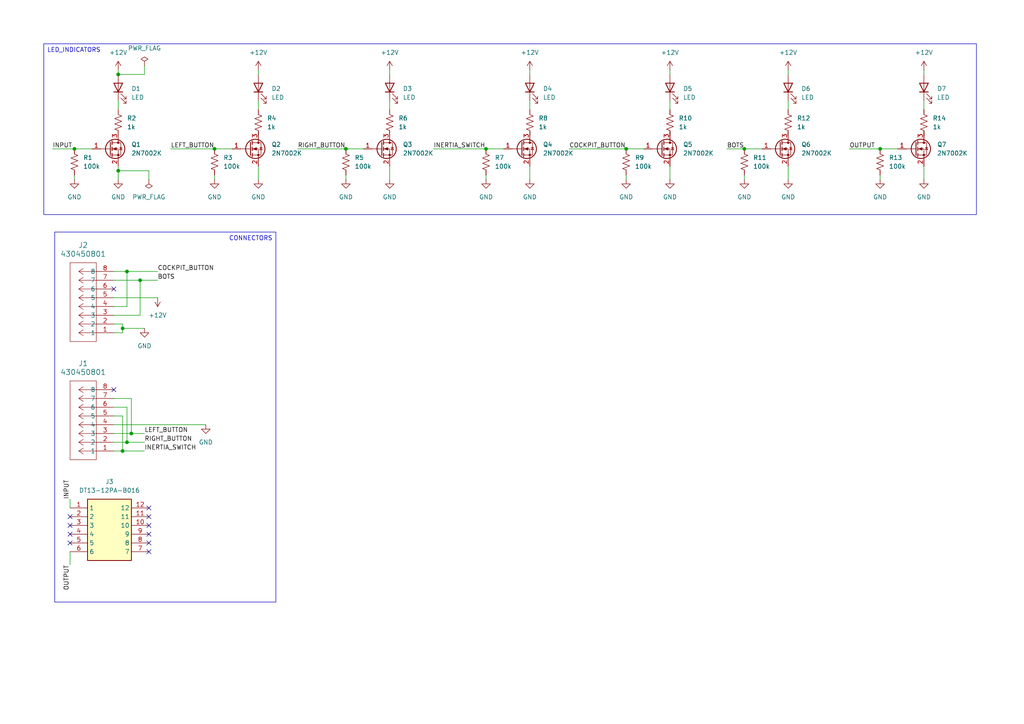
<source format=kicad_sch>
(kicad_sch (version 20250114) (generator "eeschema") (generator_version "9.0")
  (paper "A4")
  (lib_symbols
    (symbol "Device:LED" (pin_numbers (hide yes)) (pin_names (offset 1.016) (hide yes))
      (property "Reference" "D" (at 0 2.54 0))
      (property "Value" "LED" (at 0 -2.54 0))
      (symbol "LED_1_1"
        (pin passive line (at -3.81 0 0) (length 2.54) (name "K") (number "1"))
        (pin passive line (at 3.81 0 180) (length 2.54) (name "A") (number "2"))
      )
    )
    (symbol "Device:R_US" (pin_numbers (hide yes)) (pin_names (offset 0))
      (property "Reference" "R" (at 2.54 0 90))
      (property "Value" "R_US" (at -2.54 0 90))
      (symbol "R_US_1_1"
        (pin passive line (at 0 3.81 270) (length 1.27) (name "~") (number "1"))
        (pin passive line (at 0 -3.81 90) (length 1.27) (name "~") (number "2"))
      )
    )
    (symbol "SC:430450801" (pin_names (offset 0.254))
      (property "Reference" "J" (at 8.89 4.572 0))
      (property "Value" "430450801" (at -9.398 2.032 0))
      (symbol "430450801_1_1"
        (pin passive line (at 0 0 0) (length 5.08) (name "1") (number "1"))
        (pin passive line (at 0 -2.54 0) (length 5.08) (name "2") (number "2"))
        (pin passive line (at 0 -5.08 0) (length 5.08) (name "3") (number "3"))
        (pin passive line (at 0 -7.62 0) (length 5.08) (name "4") (number "4"))
        (pin passive line (at 0 -10.16 0) (length 5.08) (name "5") (number "5"))
        (pin passive line (at 0 -12.7 0) (length 5.08) (name "6") (number "6"))
        (pin passive line (at 0 -15.24 0) (length 5.08) (name "7") (number "7"))
        (pin passive line (at 0 -17.78 0) (length 5.08) (name "8") (number "8"))
      )
      (symbol "430450801_1_2"
        (pin unspecified line (at 0 0 0) (length 5.08) (name "1") (number "1"))
        (pin unspecified line (at 0 -2.54 0) (length 5.08) (name "2") (number "2"))
        (pin unspecified line (at 0 -5.08 0) (length 5.08) (name "3") (number "3"))
        (pin unspecified line (at 0 -7.62 0) (length 5.08) (name "4") (number "4"))
        (pin unspecified line (at 0 -10.16 0) (length 5.08) (name "5") (number "5"))
        (pin unspecified line (at 0 -12.7 0) (length 5.08) (name "6") (number "6"))
        (pin unspecified line (at 0 -15.24 0) (length 5.08) (name "7") (number "7"))
        (pin unspecified line (at 0 -17.78 0) (length 5.08) (name "8") (number "8"))
      )
    )
    (symbol "TEConn:DT13-12PA-B016"
      (property "Reference" "J" (at 19.05 7.62 0))
      (property "Value" "DT13-12PA-B016" (at 19.05 5.08 0))
      (symbol "DT13-12PA-B016_1_1"
        (pin passive line (at 0 0 0) (length 5.08) (name "1") (number "1"))
        (pin passive line (at 0 -2.54 0) (length 5.08) (name "2") (number "2"))
        (pin passive line (at 0 -5.08 0) (length 5.08) (name "3") (number "3"))
        (pin passive line (at 0 -7.62 0) (length 5.08) (name "4") (number "4"))
        (pin passive line (at 0 -10.16 0) (length 5.08) (name "5") (number "5"))
        (pin passive line (at 0 -12.7 0) (length 5.08) (name "6") (number "6"))
        (pin passive line (at 22.86 0 180) (length 5.08) (name "12") (number "12"))
        (pin passive line (at 22.86 -2.54 180) (length 5.08) (name "11") (number "11"))
        (pin passive line (at 22.86 -5.08 180) (length 5.08) (name "10") (number "10"))
        (pin passive line (at 22.86 -7.62 180) (length 5.08) (name "9") (number "9"))
        (pin passive line (at 22.86 -10.16 180) (length 5.08) (name "8") (number "8"))
        (pin passive line (at 22.86 -12.7 180) (length 5.08) (name "7") (number "7"))
      )
    )
    (symbol "Transistor_FET:2N7002K" (pin_names (offset 0) (hide yes))
      (property "Reference" "Q" (at 5.08 1.905 0))
      (property "Value" "2N7002K" (at 5.08 0 0))
      (symbol "2N7002K_1_1"
        (pin input line (at -5.08 0 0) (length 2.54) (name "G") (number "1"))
        (pin passive line (at 2.54 5.08 270) (length 2.54) (name "D") (number "3"))
        (pin passive line (at 2.54 -5.08 90) (length 2.54) (name "S") (number "2"))
      )
    )
    (symbol "power:+12V" (power) (pin_numbers (hide yes)) (pin_names (offset 0) (hide yes))
      (property "Value" "+12V" (at 0 3.556 0))
      (symbol "+12V_1_1"
        (pin power_in line (at 0 0 90) (length 0) (name "~") (number "1"))
      )
    )
    (symbol "power:GND" (power) (pin_numbers (hide yes)) (pin_names (offset 0) (hide yes))
      (property "Value" "GND" (at 0 -3.81 0))
      (symbol "GND_1_1"
        (pin power_in line (at 0 0 270) (length 0) (name "~") (number "1"))
      )
    )
    (symbol "power:PWR_FLAG" (power) (pin_numbers (hide yes)) (pin_names (offset 0) (hide yes))
      (property "Value" "PWR_FLAG" (at 0 3.81 0))
      (symbol "PWR_FLAG_0_0"
        (pin power_out line (at 0 0 90) (length 0) (name "~") (number "1"))
      )
    )
  )
  (text_box "LEDs\n\nFrom Jadon:\n  Part Selections:\n    LED Selection:\n      Part Number: APG01SCGKKC-TT\n      Forward Voltage: 2.1V at 10 mA\n      Maximum Power Dissipation: 24 mW\n      Peak Forward Current: 40 mA\n      Resources:\n        Digikey: https://www.digikey.com/en/products/detail/kingbright/apg015cgkkc-tt/25981969\n        Datasheet: https://www.kingbrightusa.com/images/catalog/SPEC/APG015CGKKC-TT.pdf\n	Notes:\n		- 	Not available on JCL. A similar part was selected to match the luminous intensity (15 mcd),\n			manufacturer (Kingbright), forward voltage (10 mA), Lens Color (Water Clear), Viewing Angle (140 deg).\n			\n\nSelected Part:\n	Manufacturer: KingBright\n	Manufacturer Part Number: APG0603CGC-TT\n	Datasheet: https://www.kingbrightusa.com/images/catalog/SPEC/APG0603CGC-TT.pdf\n	JCL: https://jlcpcb.com/partdetail/Kingbright-APG0603CGCTT/C4153580\n	JCL Part Number: C4153580\n	Notes:\n		- Similarities to part selected by Jason are given by \n		- Some relevant differences are:\n			- Forward Voltage of 1.97 V @ 10mA instead of 2.1 V @ 10mA (although there is a 0.1 V error in this part)\n" (at 324.485 -22.225 0) (size 143.51 68.58) (margins 0.9525 0.9525 0.9525 0.9525) (effects (font (size 1.27 1.27)) (justify left top)))
  (text_box "CONNECTORS" (at 15.875 67.31 0) (size 64.135 107.315) (margins 0.9525 0.9525 0.9525 0.9525) (effects (font (size 1.27 1.27)) (justify right top)))
  (text_box "Connector (Male)\n\nFrom Jadon:\n	Housing: 43046-0801\n	Full Part Name: Micro-Fit 3.0 Right-Angle Header, 3.00mm Pitch, Dual Row, 8 Circuits, with Snap-in Plastic Peg PCB Lock, Gold, Glow-Wire Capable, Black\n	Molex Product Site: https://www.molex.com/en-us/products/part-detail/430450801\n	Datasheet: https://www.molex.com/en-us/products/part-detail/430450801?display=pdf\n	Drawing: https://www.molex.com/content/dam/molex/molex-dot-com/products/automated/en-us/salesdrawingpdf/430/43045/430450801_sd.pdf?inline\n	Package Design Drawing: https://www.molex.com/content/dam/molex/molex-dot-com/products/automated/en-us/packagingdesigndrawing/708/70873/PK-70873-0313-001.pdf?inline\n\nMiscellaneous Notes:\n	5 2pin Male + Female Connectors for all Conn_01x02_Socket connections (J1-J5)\n	4 1-pin conncetors: +12V, GND, Input, and Output" (at 318.77 111.76 0) (size 187.325 52.07) (margins 0.9525 0.9525 0.9525 0.9525) (effects (font (size 1.27 1.27)) (justify left bottom)))
  (text_box "Connector (Female):\n\nFrom Jadon:\n	Receptacle: 0430250800\n		Full Part Name: Micro-Fit 3.0 Receptacle Housing, Dual Row, 8 Circuits, UL 94V-0, Low-Halogen, Black\n		Molex: https://www.molex.com/en-us/products/part-detail/430250800\n		Digikey: https://www.digikey.com/en/products/detail/molex/0430250800/252499\n		JCL: https://jlcpcb.com/partdetail/MOLEX-430250800/C127351\n		Datasheet: https://www.molex.com/content/dam/molex/molex-dot-com/products/automated/en-us/salesdrawingpdf/430/43025/430250800_sd.pdf?inline" (at 319.405 177.8 0) (size 162.56 67.31) (margins 0.9525 0.9525 0.9525 0.9525) (effects (font (size 1.27 1.27)) (justify left top)))
  (text_box "LED_INDICATORS" (at 12.7 12.7 0) (size 270.51 49.53) (margins 0.9525 0.9525 0.9525 0.9525) (effects (font (size 1.27 1.27)) (justify left top)))
  (text_box "Resistors\n\nFrom Jadon:\n	Part Number: 71-CRCW08051K00FKTAH\n	Resistance: 1k Ohms\n	Power Dissipation in Circuit: With <=12 V Voltage Across at MOSFET drains, dissipates <= (12 V)^2/(1k Ohms) = 144 mW\n	Current: I_R <= (12 V)/(1 kOhms) = 12 mA\n	Notes:\n		- Not on JLC, but similar resistors are:\n\nResistor Used:\n	Part Number: CRCW08051K00FKEA" (at 324.485 53.975 0) (size 99.06 53.975) (margins 0.9525 0.9525 0.9525 0.9525) (effects (font (size 1.27 1.27)) (justify left top)))
  (text_box "MOSFETs\n\nFrom Jadon:\n	NMOS Selection:\n			Part Number: 78-SQJ764ELP-TI_GE3\n			Resources:\n			Digikey: https://www.digikey.com/en/products/detail/vishay-siliconix/SQJ764ELP-T1-GE3/27788196\n			Datasheet(?): https://www.vishay.com/docs/62453/sqj764elp.pdf\n		Notes:\n			- Not on JLC, so a new MOSFET needs to be picked\n        	- This is a Dual N-Channel MOSFET, even though the schematic and the odd\n        	number of MOSFETs suggests that we want to use single N-Channel MOSFETs.\n        	Therefore, I plan to choose a different surface mount NMOS - Jacoby\n				- I talked to Jadon, and he said it was intentional - Jacoby\n\nFrom what I'm seeing on JCL, Dual N-MOSFET chips cost more than twice the amount of\nSignle N-MOSFET chips, so I don't think that there's really a benefit to choosing\na Dual N-MOSFET unless the two MOSFETs need to be close for design reasons (like a differential\npair) or there is actually a scarity for space.\n\nProposed replacement part:\n	Part Number: 2N7002K-T1-GE3\n	JCL: https://jlcpcb.com/partdetail/VishayIntertech-2N7002K_T1GE3/C81445\n	Digikey: https://www.digikey.com/en/products/detail/vishay-siliconix/2N7002K-T1-GE3/2621521\n	Datasheet: https://www.vishay.com/docs/71333/2n7002k.pdf\n	Notes:\n		- Similarities to proposed part by Jadon\n			- Same threshold voltage (important)\n			- Same max Drain Source Voltage\n		- Differences to proposed part by Jadon\n			- Single MOSFET package instead of Dual MOSFET package\n			\n	\n	\n	\n\n			" (at 483.235 -29.21 0) (size 144.78 72.39) (margins 0.9525 0.9525 0.9525 0.9525) (effects (font (size 1.27 1.27)) (justify left top)))
  (junction (at 34.29 21.59))
  (junction (at 36.83 128.27))
  (junction (at 35.56 95.25))
  (junction (at 62.23 43.18))
  (junction (at 100.33 43.18))
  (junction (at 34.29 49.53))
  (junction (at 255.27 43.18))
  (junction (at 21.59 43.18))
  (junction (at 140.97 43.18))
  (junction (at 215.9 43.18))
  (junction (at 35.56 130.81))
  (junction (at 40.64 81.28))
  (junction (at 38.1 125.73))
  (junction (at 181.61 43.18))
  (junction (at 36.83 78.74))
  (no_connect (at 43.18 157.48))
  (no_connect (at 43.18 149.86))
  (no_connect (at 20.32 154.94))
  (no_connect (at 43.18 147.32))
  (no_connect (at 33.02 113.03))
  (no_connect (at 43.18 160.02))
  (no_connect (at 20.32 149.86))
  (no_connect (at 43.18 152.4))
  (no_connect (at 43.18 154.94))
  (no_connect (at 20.32 152.4))
  (no_connect (at 33.02 83.82))
  (no_connect (at 20.32 157.48))
  (wire (pts (xy 26.67 43.18) (xy 21.59 43.18)))
  (wire (pts (xy 105.41 43.18) (xy 100.33 43.18)))
  (wire (pts (xy 228.6 31.75) (xy 228.6 29.21)))
  (wire (pts (xy 38.1 125.73) (xy 38.1 115.57)))
  (wire (pts (xy 33.02 88.9) (xy 36.83 88.9)))
  (wire (pts (xy 40.64 81.28) (xy 40.64 91.44)))
  (wire (pts (xy 34.29 49.53) (xy 43.18 49.53)))
  (wire (pts (xy 33.02 123.19) (xy 59.69 123.19)))
  (wire (pts (xy 267.97 38.1) (xy 267.97 39.37)))
  (wire (pts (xy 267.97 20.32) (xy 267.97 21.59)))
  (wire (pts (xy 181.61 52.07) (xy 181.61 50.8)))
  (wire (pts (xy 215.9 52.07) (xy 215.9 50.8)))
  (wire (pts (xy 260.35 43.18) (xy 255.27 43.18)))
  (wire (pts (xy 67.31 43.18) (xy 62.23 43.18)))
  (wire (pts (xy 34.29 31.75) (xy 34.29 29.21)))
  (wire (pts (xy 153.67 52.07) (xy 153.67 48.26)))
  (wire (pts (xy 267.97 31.75) (xy 267.97 29.21)))
  (wire (pts (xy 35.56 130.81) (xy 35.56 120.65)))
  (wire (pts (xy 228.6 38.1) (xy 228.6 39.37)))
  (wire (pts (xy 113.03 52.07) (xy 113.03 48.26)))
  (wire (pts (xy 255.27 52.07) (xy 255.27 50.8)))
  (wire (pts (xy 140.97 43.18) (xy 125.73 43.18)))
  (wire (pts (xy 228.6 52.07) (xy 228.6 48.26)))
  (wire (pts (xy 35.56 95.25) (xy 41.91 95.25)))
  (wire (pts (xy 186.69 43.18) (xy 181.61 43.18)))
  (wire (pts (xy 165.1 43.18) (xy 181.61 43.18)))
  (wire (pts (xy 33.02 118.11) (xy 36.83 118.11)))
  (wire (pts (xy 36.83 128.27) (xy 36.83 118.11)))
  (wire (pts (xy 33.02 86.36) (xy 45.72 86.36)))
  (wire (pts (xy 33.02 120.65) (xy 35.56 120.65)))
  (wire (pts (xy 33.02 93.98) (xy 35.56 93.98)))
  (wire (pts (xy 33.02 128.27) (xy 36.83 128.27)))
  (wire (pts (xy 100.33 52.07) (xy 100.33 50.8)))
  (wire (pts (xy 40.64 81.28) (xy 45.72 81.28)))
  (wire (pts (xy 194.31 20.32) (xy 194.31 21.59)))
  (wire (pts (xy 20.32 160.02) (xy 20.32 163.83)))
  (wire (pts (xy 41.91 21.59) (xy 34.29 21.59)))
  (wire (pts (xy 74.93 38.1) (xy 74.93 39.37)))
  (wire (pts (xy 35.56 95.25) (xy 35.56 96.52)))
  (wire (pts (xy 20.32 144.78) (xy 20.32 147.32)))
  (wire (pts (xy 38.1 125.73) (xy 41.91 125.73)))
  (wire (pts (xy 194.31 31.75) (xy 194.31 29.21)))
  (wire (pts (xy 21.59 43.18) (xy 15.24 43.18)))
  (wire (pts (xy 21.59 52.07) (xy 21.59 50.8)))
  (wire (pts (xy 62.23 43.18) (xy 49.53 43.18)))
  (wire (pts (xy 153.67 31.75) (xy 153.67 29.21)))
  (wire (pts (xy 33.02 81.28) (xy 40.64 81.28)))
  (wire (pts (xy 220.98 43.18) (xy 215.9 43.18)))
  (wire (pts (xy 33.02 96.52) (xy 35.56 96.52)))
  (wire (pts (xy 34.29 38.1) (xy 34.29 39.37)))
  (wire (pts (xy 74.93 31.75) (xy 74.93 29.21)))
  (wire (pts (xy 33.02 78.74) (xy 36.83 78.74)))
  (wire (pts (xy 194.31 52.07) (xy 194.31 48.26)))
  (wire (pts (xy 140.97 52.07) (xy 140.97 50.8)))
  (wire (pts (xy 74.93 20.32) (xy 74.93 21.59)))
  (wire (pts (xy 153.67 38.1) (xy 153.67 39.37)))
  (wire (pts (xy 41.91 19.05) (xy 41.91 21.59)))
  (wire (pts (xy 113.03 31.75) (xy 113.03 29.21)))
  (wire (pts (xy 74.93 52.07) (xy 74.93 48.26)))
  (wire (pts (xy 113.03 20.32) (xy 113.03 21.59)))
  (wire (pts (xy 43.18 52.07) (xy 43.18 49.53)))
  (wire (pts (xy 36.83 78.74) (xy 45.72 78.74)))
  (wire (pts (xy 62.23 52.07) (xy 62.23 50.8)))
  (wire (pts (xy 86.36 43.18) (xy 100.33 43.18)))
  (wire (pts (xy 35.56 130.81) (xy 41.91 130.81)))
  (wire (pts (xy 34.29 52.07) (xy 34.29 49.53)))
  (wire (pts (xy 33.02 130.81) (xy 35.56 130.81)))
  (wire (pts (xy 33.02 125.73) (xy 38.1 125.73)))
  (wire (pts (xy 33.02 91.44) (xy 40.64 91.44)))
  (wire (pts (xy 153.67 20.32) (xy 153.67 21.59)))
  (wire (pts (xy 228.6 20.32) (xy 228.6 21.59)))
  (wire (pts (xy 34.29 49.53) (xy 34.29 48.26)))
  (wire (pts (xy 35.56 93.98) (xy 35.56 95.25)))
  (wire (pts (xy 146.05 43.18) (xy 140.97 43.18)))
  (wire (pts (xy 113.03 38.1) (xy 113.03 39.37)))
  (wire (pts (xy 36.83 78.74) (xy 36.83 88.9)))
  (wire (pts (xy 255.27 43.18) (xy 246.38 43.18)))
  (wire (pts (xy 36.83 128.27) (xy 41.91 128.27)))
  (wire (pts (xy 194.31 38.1) (xy 194.31 39.37)))
  (wire (pts (xy 267.97 52.07) (xy 267.97 48.26)))
  (wire (pts (xy 215.9 43.18) (xy 210.82 43.18)))
  (wire (pts (xy 34.29 20.32) (xy 34.29 21.59)))
  (wire (pts (xy 33.02 115.57) (xy 38.1 115.57)))
  (label "LEFT_BUTTON" (at 49.53 43.18 0))
  (label "OUTPUT" (at 246.38 43.18 0))
  (label "COCKPIT_BUTTON" (at 165.1 43.18 0))
  (label "INERTIA_SWITCH" (at 41.91 130.81 0))
  (label "COCKPIT_BUTTON" (at 45.72 78.74 0))
  (label "INPUT" (at 20.32 144.78 90))
  (label "OUTPUT" (at 20.32 163.83 270))
  (label "RIGHT_BUTTON" (at 86.36 43.18 0))
  (label "BOTS" (at 45.72 81.28 0))
  (label "INPUT" (at 15.24 43.18 0))
  (label "INERTIA_SWITCH" (at 125.73 43.18 0))
  (label "BOTS" (at 210.82 43.18 0))
  (label "LEFT_BUTTON" (at 41.91 125.73 0))
  (label "RIGHT_BUTTON" (at 41.91 128.27 0))
  (symbol (lib_id "Device:R_US") (at 255.27 46.99 0) (unit 1)
    (property "Reference" "R13" (at 257.81 45.7199 0) (effects (justify left)))
    (property "Value" "100k" (at 257.81 48.2599 0) (effects (justify left)))
    (property "Footprint" "SC:CRCW0805" (effects (hide yes)))
    (property "Datasheet" "https://jlcpcb.com/api/file/downloadByFileSystemAccessId/8590171393792389120" (effects (hide yes)))
    (property "Description" "Resistor, US symbol" (effects (hide yes)))
    (property "Digikey" "https://www.digikey.com/en/products/detail/vishay-dale/CRCW0805100KJNEA/1175246" (effects (hide yes)))
    (property "MFR Part #" "CRCW0805100KJNEA" (effects (hide yes)))
    (property "Manufacturer" "Vishay" (effects (hide yes)))
    (property "JLC Datasheet" "https://jlcpcb.com/api/file/downloadByFileSystemAccessId/8588950168741404672" (effects (hide yes)))
    (property "JLC Link" "https://jlcpcb.com/partdetail/VishayIntertech-CRCW08051K00FKEA/C844939" (effects (hide yes)))
    (property "JLC Part #" " C844939" (effects (hide yes)))
  )
  (symbol (lib_id "Device:LED") (at 34.29 25.4 90) (unit 1)
    (property "Reference" "D1" (at 38.1 25.7174 90) (effects (justify right)))
    (property "Value" "LED" (at 38.1 28.2574 90) (effects (justify right)))
    (property "Footprint" "SC:HL-PSC-1608U52GC-G4" (effects (hide yes)))
    (property "Datasheet" "https://jlcpcb.com/api/file/downloadByFileSystemAccessId/8590916697501356032" (effects (hide yes)))
    (property "Description" "Light emitting diode" (effects (hide yes)))
    (property "Sim.Pins" "1=K 2=A" (effects (hide yes)))
    (property "MFR Part #" "PSC-1608U50GC-G4 " (effects (hide yes)))
    (property "Manufacturer" "HONGLITRONIC (Hongli Zhihui (HONGLITRONIC))" (effects (hide yes)))
    (property "JLC Datasheet" "https://jlcpcb.com/api/file/downloadByFileSystemAccessId/8590916697501356032" (effects (hide yes)))
    (property "JLC Link" "https://jlcpcb.com/partdetail/23857065-PSC_1608U50GCG4/C22371298" (effects (hide yes)))
    (property "JLC Part #" "C22371297" (effects (hide yes)))
  )
  (symbol (lib_id "power:PWR_FLAG") (at 41.91 19.05 0) (unit 1)
    (property "Reference" "#FLG01" (effects (hide yes)))
    (property "Value" "PWR_FLAG" (at 41.91 13.97 0))
    (property "Description" "Special symbol for telling ERC where power comes from" (effects (hide yes)))
  )
  (symbol (lib_id "power:GND") (at 228.6 52.07 0) (unit 1)
    (property "Reference" "#PWR014" (effects (hide yes)))
    (property "Value" "GND" (at 228.6 57.15 0))
    (property "Description" "Power symbol creates a global label with name \"GND\" , ground" (effects (hide yes)))
  )
  (symbol (lib_id "power:GND") (at 194.31 52.07 0) (unit 1)
    (property "Reference" "#PWR015" (effects (hide yes)))
    (property "Value" "GND" (at 194.31 57.15 0))
    (property "Description" "Power symbol creates a global label with name \"GND\" , ground" (effects (hide yes)))
  )
  (symbol (lib_id "power:+12V") (at 267.97 20.32 0) (unit 1)
    (property "Reference" "#PWR021" (effects (hide yes)))
    (property "Value" "+12V" (at 267.97 15.24 0))
    (property "Description" "Power symbol creates a global label with name \"+12V\"" (effects (hide yes)))
  )
  (symbol (lib_id "power:+12V") (at 34.29 20.32 0) (unit 1)
    (property "Reference" "#PWR01" (effects (hide yes)))
    (property "Value" "+12V" (at 34.29 15.24 0))
    (property "Description" "Power symbol creates a global label with name \"+12V\"" (effects (hide yes)))
  )
  (symbol (lib_id "power:GND") (at 21.59 52.07 0) (unit 1)
    (property "Reference" "#PWR019" (effects (hide yes)))
    (property "Value" "GND" (at 21.59 57.15 0))
    (property "Description" "Power symbol creates a global label with name \"GND\" , ground" (effects (hide yes)))
  )
  (symbol (lib_id "SC:430450801") (at 33.02 96.52 180) (unit 1)
    (property "Reference" "J2" (at 24.13 71.12 0) (effects (font (size 1.524 1.524))))
    (property "Value" "430450801" (at 24.13 73.66 0) (effects (font (size 1.524 1.524))))
    (property "Footprint" "SC:CONN_SD-43045-001_08_MOL" (effects (hide yes)))
    (property "Datasheet" "https://www.molex.com/en-us/products/part-detail-pdf/430450801?display=pdf" (effects (hide yes)))
    (property "Digikey" "https://www.digikey.com/en/products/detail/molex/0430450801/2405169?s=N4IgTCBcDaICwGYAMcCsSAcSCMIC6AvkA" (effects (hide yes)))
    (property "Drawing" "https://www.molex.com/content/dam/molex/molex-dot-com/products/automated/en-us/salesdrawingpdf/430/43045/430450801_sd.pdf?inline" (effects (hide yes)))
    (property "MFR Part #" "430450801" (effects (hide yes)))
    (property "Manufacturer" "Molex" (effects (hide yes)))
    (property "Symbol Source" "https://www.molex.com/en-us/products/part-detail/0430450801" (effects (hide yes)))
    (property "JLC Datasheet" "https://www.molex.com/content/dam/molex/molex-dot-com/products/automated/en-us/salesdrawingpdf/430/43045/430450801_sd.pdf?inline" (effects (hide yes)))
    (property "JLC Link" "https://jlcpcb.com/partdetail/MOLEX-430450801/C5765943" (effects (hide yes)))
    (property "JLC Part #" "C5765943" (effects (hide yes)))
  )
  (symbol (lib_id "Device:LED") (at 194.31 25.4 90) (unit 1)
    (property "Reference" "D5" (at 198.12 25.7174 90) (effects (justify right)))
    (property "Value" "LED" (at 198.12 28.2574 90) (effects (justify right)))
    (property "Footprint" "SC:HL-PSC-1608U52GC-G4" (effects (hide yes)))
    (property "Datasheet" "https://jlcpcb.com/api/file/downloadByFileSystemAccessId/8590916697501356032" (effects (hide yes)))
    (property "Description" "Light emitting diode" (effects (hide yes)))
    (property "Sim.Pins" "1=K 2=A" (effects (hide yes)))
    (property "MFR Part #" "PSC-1608U50GC-G4 " (effects (hide yes)))
    (property "Manufacturer" "HONGLITRONIC (Hongli Zhihui (HONGLITRONIC))" (effects (hide yes)))
    (property "JLC Datasheet" "https://jlcpcb.com/api/file/downloadByFileSystemAccessId/8590916697501356032" (effects (hide yes)))
    (property "JLC Link" "https://jlcpcb.com/partdetail/23857065-PSC_1608U50GCG4/C22371298" (effects (hide yes)))
    (property "JLC Part #" "C22371297" (effects (hide yes)))
  )
  (symbol (lib_id "Device:R_US") (at 140.97 46.99 0) (unit 1)
    (property "Reference" "R7" (at 143.51 45.7199 0) (effects (justify left)))
    (property "Value" "100k" (at 143.51 48.2599 0) (effects (justify left)))
    (property "Footprint" "SC:CRCW0805" (effects (hide yes)))
    (property "Datasheet" "https://jlcpcb.com/api/file/downloadByFileSystemAccessId/8590171393792389120" (effects (hide yes)))
    (property "Description" "Resistor, US symbol" (effects (hide yes)))
    (property "Digikey" "https://www.digikey.com/en/products/detail/vishay-dale/CRCW0805100KJNEA/1175246" (effects (hide yes)))
    (property "MFR Part #" "CRCW0805100KJNEA" (effects (hide yes)))
    (property "Manufacturer" "Vishay" (effects (hide yes)))
    (property "JLC Datasheet" "https://jlcpcb.com/api/file/downloadByFileSystemAccessId/8588950168741404672" (effects (hide yes)))
    (property "JLC Link" "https://jlcpcb.com/partdetail/VishayIntertech-CRCW08051K00FKEA/C844939" (effects (hide yes)))
    (property "JLC Part #" " C844939" (effects (hide yes)))
  )
  (symbol (lib_id "Device:R_US") (at 215.9 46.99 0) (unit 1)
    (property "Reference" "R11" (at 218.44 45.7199 0) (effects (justify left)))
    (property "Value" "100k" (at 218.44 48.2599 0) (effects (justify left)))
    (property "Footprint" "SC:CRCW0805" (effects (hide yes)))
    (property "Datasheet" "https://jlcpcb.com/api/file/downloadByFileSystemAccessId/8590171393792389120" (effects (hide yes)))
    (property "Description" "Resistor, US symbol" (effects (hide yes)))
    (property "Digikey" "https://www.digikey.com/en/products/detail/vishay-dale/CRCW0805100KJNEA/1175246" (effects (hide yes)))
    (property "MFR Part #" "CRCW0805100KJNEA" (effects (hide yes)))
    (property "Manufacturer" "Vishay" (effects (hide yes)))
    (property "JLC Datasheet" "https://jlcpcb.com/api/file/downloadByFileSystemAccessId/8588950168741404672" (effects (hide yes)))
    (property "JLC Link" "https://jlcpcb.com/partdetail/VishayIntertech-CRCW08051K00FKEA/C844939" (effects (hide yes)))
    (property "JLC Part #" " C844939" (effects (hide yes)))
  )
  (symbol (lib_id "Transistor_FET:2N7002K") (at 191.77 43.18 0) (unit 1)
    (property "Reference" "Q5" (at 198.12 41.9099 0) (effects (justify left)))
    (property "Value" "2N7002K" (at 198.12 44.4499 0) (effects (justify left)))
    (property "Footprint" "Package_TO_SOT_SMD:SOT-23" (effects (hide yes)))
    (property "Datasheet" "https://www.diodes.com/assets/Datasheets/ds30896.pdf" (effects (hide yes)))
    (property "Description" "0.38A Id, 60V Vds, N-Channel MOSFET, SOT-23" (effects (hide yes)))
    (property "Manufacturer" "Vishay" (effects (hide yes)))
    (property "Digikey" "https://www.digikey.com/en/products/detail/vishay-siliconix/2N7002K-T1-GE3/2621521" (effects (hide yes)))
    (property "MFR Part #" "2N7002K-T1-GE3" (effects (hide yes)))
    (property "JLC Datasheet" "https://jlcpcb.com/api/file/downloadByFileSystemAccessId/8586176217846321152" (effects (hide yes)))
    (property "JLC Link" "https://jlcpcb.com/partdetail/VishayIntertech-2N7002K_T1GE3/C81445" (effects (hide yes)))
    (property "JLC Part #" "C81445" (effects (hide yes)))
  )
  (symbol (lib_id "Device:LED") (at 74.93 25.4 90) (unit 1)
    (property "Reference" "D2" (at 78.74 25.7174 90) (effects (justify right)))
    (property "Value" "LED" (at 78.74 28.2574 90) (effects (justify right)))
    (property "Footprint" "SC:HL-PSC-1608U52GC-G4" (effects (hide yes)))
    (property "Datasheet" "https://jlcpcb.com/api/file/downloadByFileSystemAccessId/8590916697501356032" (effects (hide yes)))
    (property "Description" "Light emitting diode" (effects (hide yes)))
    (property "Sim.Pins" "1=K 2=A" (effects (hide yes)))
    (property "MFR Part #" "PSC-1608U50GC-G4 " (effects (hide yes)))
    (property "Manufacturer" "HONGLITRONIC (Hongli Zhihui (HONGLITRONIC))" (effects (hide yes)))
    (property "JLC Datasheet" "https://jlcpcb.com/api/file/downloadByFileSystemAccessId/8590916697501356032" (effects (hide yes)))
    (property "JLC Link" "https://jlcpcb.com/partdetail/23857065-PSC_1608U50GCG4/C22371298" (effects (hide yes)))
    (property "JLC Part #" "C22371297" (effects (hide yes)))
  )
  (symbol (lib_id "power:+12V") (at 194.31 20.32 0) (unit 1)
    (property "Reference" "#PWR05" (effects (hide yes)))
    (property "Value" "+12V" (at 194.31 15.24 0))
    (property "Description" "Power symbol creates a global label with name \"+12V\"" (effects (hide yes)))
  )
  (symbol (lib_id "Device:R_US") (at 62.23 46.99 0) (unit 1)
    (property "Reference" "R3" (at 64.77 45.7199 0) (effects (justify left)))
    (property "Value" "100k" (at 64.77 48.2599 0) (effects (justify left)))
    (property "Footprint" "SC:CRCW0805" (effects (hide yes)))
    (property "Datasheet" "https://jlcpcb.com/api/file/downloadByFileSystemAccessId/8590171393792389120" (effects (hide yes)))
    (property "Description" "Resistor, US symbol" (effects (hide yes)))
    (property "Digikey" "https://www.digikey.com/en/products/detail/vishay-dale/CRCW0805100KJNEA/1175246" (effects (hide yes)))
    (property "MFR Part #" "CRCW0805100KJNEA" (effects (hide yes)))
    (property "Manufacturer" "Vishay" (effects (hide yes)))
    (property "JLC Datasheet" "https://jlcpcb.com/api/file/downloadByFileSystemAccessId/8588950168741404672" (effects (hide yes)))
    (property "JLC Link" "https://jlcpcb.com/partdetail/VishayIntertech-CRCW08051K00FKEA/C844939" (effects (hide yes)))
    (property "JLC Part #" " C844939" (effects (hide yes)))
  )
  (symbol (lib_id "Device:R_US") (at 194.31 35.56 0) (unit 1)
    (property "Reference" "R10" (at 196.85 34.2899 0) (effects (justify left)))
    (property "Value" "1k" (at 196.85 36.8299 0) (effects (justify left)))
    (property "Footprint" "SC:CRCW0805" (effects (hide yes)))
    (property "Datasheet" "https://jlcpcb.com/api/file/downloadByFileSystemAccessId/8588950168741404672" (effects (hide yes)))
    (property "Description" "Resistor, US symbol" (effects (hide yes)))
    (property "Digikey" "https://www.digikey.com/en/products/detail/vishay-dale/CRCW08051K00FKEA/1175637" (effects (hide yes)))
    (property "MFR Part #" "CRCW08051K00FKEA" (effects (hide yes)))
    (property "Manufacturer" "Vishay" (effects (hide yes)))
    (property "JLC Datasheet" "https://jlcpcb.com/api/file/downloadByFileSystemAccessId/8588950168741404672" (effects (hide yes)))
    (property "JLC Link" "https://jlcpcb.com/partdetail/VishayIntertech-CRCW08051K00FKEA/C844939" (effects (hide yes)))
    (property "JLC Part #" " C844939" (effects (hide yes)))
  )
  (symbol (lib_id "power:GND") (at 140.97 52.07 0) (unit 1)
    (property "Reference" "#PWR010" (effects (hide yes)))
    (property "Value" "GND" (at 140.97 57.15 0))
    (property "Description" "Power symbol creates a global label with name \"GND\" , ground" (effects (hide yes)))
  )
  (symbol (lib_id "Transistor_FET:2N7002K") (at 151.13 43.18 0) (unit 1)
    (property "Reference" "Q4" (at 157.48 41.9099 0) (effects (justify left)))
    (property "Value" "2N7002K" (at 157.48 44.4499 0) (effects (justify left)))
    (property "Footprint" "Package_TO_SOT_SMD:SOT-23" (effects (hide yes)))
    (property "Datasheet" "https://www.diodes.com/assets/Datasheets/ds30896.pdf" (effects (hide yes)))
    (property "Description" "0.38A Id, 60V Vds, N-Channel MOSFET, SOT-23" (effects (hide yes)))
    (property "Manufacturer" "Vishay" (effects (hide yes)))
    (property "Digikey" "https://www.digikey.com/en/products/detail/vishay-siliconix/2N7002K-T1-GE3/2621521" (effects (hide yes)))
    (property "MFR Part #" "2N7002K-T1-GE3" (effects (hide yes)))
    (property "JLC Datasheet" "https://jlcpcb.com/api/file/downloadByFileSystemAccessId/8586176217846321152" (effects (hide yes)))
    (property "JLC Link" "https://jlcpcb.com/partdetail/VishayIntertech-2N7002K_T1GE3/C81445" (effects (hide yes)))
    (property "JLC Part #" "C81445" (effects (hide yes)))
  )
  (symbol (lib_id "power:GND") (at 74.93 52.07 0) (unit 1)
    (property "Reference" "#PWR018" (effects (hide yes)))
    (property "Value" "GND" (at 74.93 57.15 0))
    (property "Description" "Power symbol creates a global label with name \"GND\" , ground" (effects (hide yes)))
  )
  (symbol (lib_id "power:+12V") (at 74.93 20.32 0) (unit 1)
    (property "Reference" "#PWR02" (effects (hide yes)))
    (property "Value" "+12V" (at 74.93 15.24 0))
    (property "Description" "Power symbol creates a global label with name \"+12V\"" (effects (hide yes)))
  )
  (symbol (lib_id "power:GND") (at 62.23 52.07 0) (unit 1)
    (property "Reference" "#PWR012" (effects (hide yes)))
    (property "Value" "GND" (at 62.23 57.15 0))
    (property "Description" "Power symbol creates a global label with name \"GND\" , ground" (effects (hide yes)))
  )
  (symbol (lib_id "power:GND") (at 100.33 52.07 0) (unit 1)
    (property "Reference" "#PWR011" (effects (hide yes)))
    (property "Value" "GND" (at 100.33 57.15 0))
    (property "Description" "Power symbol creates a global label with name \"GND\" , ground" (effects (hide yes)))
  )
  (symbol (lib_id "Device:R_US") (at 228.6 35.56 0) (unit 1)
    (property "Reference" "R12" (at 231.14 34.2899 0) (effects (justify left)))
    (property "Value" "1k" (at 231.14 36.8299 0) (effects (justify left)))
    (property "Footprint" "SC:CRCW0805" (effects (hide yes)))
    (property "Datasheet" "https://jlcpcb.com/api/file/downloadByFileSystemAccessId/8588950168741404672" (effects (hide yes)))
    (property "Description" "Resistor, US symbol" (effects (hide yes)))
    (property "Digikey" "https://www.digikey.com/en/products/detail/vishay-dale/CRCW08051K00FKEA/1175637" (effects (hide yes)))
    (property "MFR Part #" "CRCW08051K00FKEA" (effects (hide yes)))
    (property "Manufacturer" "Vishay" (effects (hide yes)))
    (property "JLC Datasheet" "https://jlcpcb.com/api/file/downloadByFileSystemAccessId/8588950168741404672" (effects (hide yes)))
    (property "JLC Link" "https://jlcpcb.com/partdetail/VishayIntertech-CRCW08051K00FKEA/C844939" (effects (hide yes)))
    (property "JLC Part #" " C844939" (effects (hide yes)))
  )
  (symbol (lib_id "power:GND") (at 153.67 52.07 0) (unit 1)
    (property "Reference" "#PWR016" (effects (hide yes)))
    (property "Value" "GND" (at 153.67 57.15 0))
    (property "Description" "Power symbol creates a global label with name \"GND\" , ground" (effects (hide yes)))
  )
  (symbol (lib_id "Transistor_FET:2N7002K") (at 265.43 43.18 0) (unit 1)
    (property "Reference" "Q7" (at 271.78 41.9099 0) (effects (justify left)))
    (property "Value" "2N7002K" (at 271.78 44.4499 0) (effects (justify left)))
    (property "Footprint" "Package_TO_SOT_SMD:SOT-23" (effects (hide yes)))
    (property "Datasheet" "https://www.diodes.com/assets/Datasheets/ds30896.pdf" (effects (hide yes)))
    (property "Description" "0.38A Id, 60V Vds, N-Channel MOSFET, SOT-23" (effects (hide yes)))
    (property "Manufacturer" "Vishay" (effects (hide yes)))
    (property "Digikey" "https://www.digikey.com/en/products/detail/vishay-siliconix/2N7002K-T1-GE3/2621521" (effects (hide yes)))
    (property "MFR Part #" "2N7002K-T1-GE3" (effects (hide yes)))
    (property "JLC Datasheet" "https://jlcpcb.com/api/file/downloadByFileSystemAccessId/8586176217846321152" (effects (hide yes)))
    (property "JLC Link" "https://jlcpcb.com/partdetail/VishayIntertech-2N7002K_T1GE3/C81445" (effects (hide yes)))
    (property "JLC Part #" "C81445" (effects (hide yes)))
  )
  (symbol (lib_id "power:GND") (at 215.9 52.07 0) (unit 1)
    (property "Reference" "#PWR08" (effects (hide yes)))
    (property "Value" "GND" (at 215.9 57.15 0))
    (property "Description" "Power symbol creates a global label with name \"GND\" , ground" (effects (hide yes)))
  )
  (symbol (lib_id "Device:LED") (at 267.97 25.4 90) (unit 1)
    (property "Reference" "D7" (at 271.78 25.7174 90) (effects (justify right)))
    (property "Value" "LED" (at 271.78 28.2574 90) (effects (justify right)))
    (property "Footprint" "SC:HL-PSC-1608U52GC-G4" (effects (hide yes)))
    (property "Datasheet" "https://jlcpcb.com/api/file/downloadByFileSystemAccessId/8590916697501356032" (effects (hide yes)))
    (property "Description" "Light emitting diode" (effects (hide yes)))
    (property "Sim.Pins" "1=K 2=A" (effects (hide yes)))
    (property "MFR Part #" "PSC-1608U50GC-G4 " (effects (hide yes)))
    (property "Manufacturer" "HONGLITRONIC (Hongli Zhihui (HONGLITRONIC))" (effects (hide yes)))
    (property "JLC Datasheet" "https://jlcpcb.com/api/file/downloadByFileSystemAccessId/8590916697501356032" (effects (hide yes)))
    (property "JLC Link" "https://jlcpcb.com/partdetail/23857065-PSC_1608U50GCG4/C22371298" (effects (hide yes)))
    (property "JLC Part #" "C22371297" (effects (hide yes)))
  )
  (symbol (lib_id "power:+12V") (at 228.6 20.32 0) (unit 1)
    (property "Reference" "#PWR06" (effects (hide yes)))
    (property "Value" "+12V" (at 228.6 15.24 0))
    (property "Description" "Power symbol creates a global label with name \"+12V\"" (effects (hide yes)))
  )
  (symbol (lib_id "Device:R_US") (at 21.59 46.99 0) (unit 1)
    (property "Reference" "R1" (at 24.13 45.7199 0) (effects (justify left)))
    (property "Value" "100k" (at 24.13 48.2599 0) (effects (justify left)))
    (property "Footprint" "SC:CRCW0805" (effects (hide yes)))
    (property "Datasheet" "https://jlcpcb.com/api/file/downloadByFileSystemAccessId/8590171393792389120" (effects (hide yes)))
    (property "Description" "Resistor, US symbol" (effects (hide yes)))
    (property "Digikey" "https://www.digikey.com/en/products/detail/vishay-dale/CRCW0805100KJNEA/1175246" (effects (hide yes)))
    (property "MFR Part #" "CRCW0805100KJNEA" (effects (hide yes)))
    (property "Manufacturer" "Vishay" (effects (hide yes)))
    (property "JLC Datasheet" "https://jlcpcb.com/api/file/downloadByFileSystemAccessId/8588950168741404672" (effects (hide yes)))
    (property "JLC Link" "https://jlcpcb.com/partdetail/VishayIntertech-CRCW08051K00FKEA/C844939" (effects (hide yes)))
    (property "JLC Part #" " C844939" (effects (hide yes)))
  )
  (symbol (lib_id "power:GND") (at 59.69 123.19 0) (unit 1)
    (property "Reference" "#PWR024" (effects (hide yes)))
    (property "Value" "GND" (at 59.69 128.27 0))
    (property "Description" "Power symbol creates a global label with name \"GND\" , ground" (effects (hide yes)))
  )
  (symbol (lib_id "Device:LED") (at 228.6 25.4 90) (unit 1)
    (property "Reference" "D6" (at 232.41 25.7174 90) (effects (justify right)))
    (property "Value" "LED" (at 232.41 28.2574 90) (effects (justify right)))
    (property "Footprint" "SC:HL-PSC-1608U52GC-G4" (effects (hide yes)))
    (property "Datasheet" "https://jlcpcb.com/api/file/downloadByFileSystemAccessId/8590916697501356032" (effects (hide yes)))
    (property "Description" "Light emitting diode" (effects (hide yes)))
    (property "Sim.Pins" "1=K 2=A" (effects (hide yes)))
    (property "MFR Part #" "PSC-1608U50GC-G4 " (effects (hide yes)))
    (property "Manufacturer" "HONGLITRONIC (Hongli Zhihui (HONGLITRONIC))" (effects (hide yes)))
    (property "JLC Datasheet" "https://jlcpcb.com/api/file/downloadByFileSystemAccessId/8590916697501356032" (effects (hide yes)))
    (property "JLC Link" "https://jlcpcb.com/partdetail/23857065-PSC_1608U50GCG4/C22371298" (effects (hide yes)))
    (property "JLC Part #" "C22371297" (effects (hide yes)))
  )
  (symbol (lib_id "SC:430450801") (at 33.02 130.81 180) (unit 1)
    (property "Reference" "J1" (at 24.13 105.41 0) (effects (font (size 1.524 1.524))))
    (property "Value" "430450801" (at 24.13 107.95 0) (effects (font (size 1.524 1.524))))
    (property "Footprint" "SC:CONN_SD-43045-001_08_MOL" (effects (hide yes)))
    (property "Datasheet" "https://www.molex.com/en-us/products/part-detail-pdf/430450801?display=pdf" (effects (hide yes)))
    (property "Digikey" "https://www.digikey.com/en/products/detail/molex/0430450801/2405169?s=N4IgTCBcDaICwGYAMcCsSAcSCMIC6AvkA" (effects (hide yes)))
    (property "Drawing" "https://www.molex.com/content/dam/molex/molex-dot-com/products/automated/en-us/salesdrawingpdf/430/43045/430450801_sd.pdf?inline" (effects (hide yes)))
    (property "MFR Part #" "430450801" (effects (hide yes)))
    (property "Manufacturer" "Molex" (effects (hide yes)))
    (property "Symbol Source" "https://www.molex.com/en-us/products/part-detail/0430450801" (effects (hide yes)))
    (property "JLC Datasheet" "https://www.molex.com/content/dam/molex/molex-dot-com/products/automated/en-us/salesdrawingpdf/430/43045/430450801_sd.pdf?inline" (effects (hide yes)))
    (property "JLC Link" "https://jlcpcb.com/partdetail/MOLEX-430450801/C5765943" (effects (hide yes)))
    (property "JLC Part #" "C5765943" (effects (hide yes)))
  )
  (symbol (lib_id "Device:R_US") (at 113.03 35.56 0) (unit 1)
    (property "Reference" "R6" (at 115.57 34.2899 0) (effects (justify left)))
    (property "Value" "1k" (at 115.57 36.8299 0) (effects (justify left)))
    (property "Footprint" "SC:CRCW0805" (effects (hide yes)))
    (property "Datasheet" "https://jlcpcb.com/api/file/downloadByFileSystemAccessId/8588950168741404672" (effects (hide yes)))
    (property "Description" "Resistor, US symbol" (effects (hide yes)))
    (property "Digikey" "https://www.digikey.com/en/products/detail/vishay-dale/CRCW08051K00FKEA/1175637" (effects (hide yes)))
    (property "MFR Part #" "CRCW08051K00FKEA" (effects (hide yes)))
    (property "Manufacturer" "Vishay" (effects (hide yes)))
    (property "JLC Datasheet" "https://jlcpcb.com/api/file/downloadByFileSystemAccessId/8588950168741404672" (effects (hide yes)))
    (property "JLC Link" "https://jlcpcb.com/partdetail/VishayIntertech-CRCW08051K00FKEA/C844939" (effects (hide yes)))
    (property "JLC Part #" " C844939" (effects (hide yes)))
  )
  (symbol (lib_id "Transistor_FET:2N7002K") (at 226.06 43.18 0) (unit 1)
    (property "Reference" "Q6" (at 232.41 41.9099 0) (effects (justify left)))
    (property "Value" "2N7002K" (at 232.41 44.4499 0) (effects (justify left)))
    (property "Footprint" "Package_TO_SOT_SMD:SOT-23" (effects (hide yes)))
    (property "Datasheet" "https://www.diodes.com/assets/Datasheets/ds30896.pdf" (effects (hide yes)))
    (property "Description" "0.38A Id, 60V Vds, N-Channel MOSFET, SOT-23" (effects (hide yes)))
    (property "Manufacturer" "Vishay" (effects (hide yes)))
    (property "Digikey" "https://www.digikey.com/en/products/detail/vishay-siliconix/2N7002K-T1-GE3/2621521" (effects (hide yes)))
    (property "MFR Part #" "2N7002K-T1-GE3" (effects (hide yes)))
    (property "JLC Datasheet" "https://jlcpcb.com/api/file/downloadByFileSystemAccessId/8586176217846321152" (effects (hide yes)))
    (property "JLC Link" "https://jlcpcb.com/partdetail/VishayIntertech-2N7002K_T1GE3/C81445" (effects (hide yes)))
    (property "JLC Part #" "C81445" (effects (hide yes)))
  )
  (symbol (lib_id "Transistor_FET:2N7002K") (at 110.49 43.18 0) (unit 1)
    (property "Reference" "Q3" (at 116.84 41.9099 0) (effects (justify left)))
    (property "Value" "2N7002K" (at 116.84 44.4499 0) (effects (justify left)))
    (property "Footprint" "Package_TO_SOT_SMD:SOT-23" (effects (hide yes)))
    (property "Datasheet" "https://www.diodes.com/assets/Datasheets/ds30896.pdf" (effects (hide yes)))
    (property "Description" "0.38A Id, 60V Vds, N-Channel MOSFET, SOT-23" (effects (hide yes)))
    (property "Manufacturer" "Vishay" (effects (hide yes)))
    (property "Digikey" "https://www.digikey.com/en/products/detail/vishay-siliconix/2N7002K-T1-GE3/2621521" (effects (hide yes)))
    (property "MFR Part #" "2N7002K-T1-GE3" (effects (hide yes)))
    (property "JLC Datasheet" "https://jlcpcb.com/api/file/downloadByFileSystemAccessId/8586176217846321152" (effects (hide yes)))
    (property "JLC Link" "https://jlcpcb.com/partdetail/VishayIntertech-2N7002K_T1GE3/C81445" (effects (hide yes)))
    (property "JLC Part #" "C81445" (effects (hide yes)))
  )
  (symbol (lib_id "Transistor_FET:2N7002K") (at 72.39 43.18 0) (unit 1)
    (property "Reference" "Q2" (at 78.74 41.9099 0) (effects (justify left)))
    (property "Value" "2N7002K" (at 78.74 44.4499 0) (effects (justify left)))
    (property "Footprint" "Package_TO_SOT_SMD:SOT-23" (effects (hide yes)))
    (property "Datasheet" "https://www.diodes.com/assets/Datasheets/ds30896.pdf" (effects (hide yes)))
    (property "Description" "0.38A Id, 60V Vds, N-Channel MOSFET, SOT-23" (effects (hide yes)))
    (property "Manufacturer" "Vishay" (effects (hide yes)))
    (property "Digikey" "https://www.digikey.com/en/products/detail/vishay-siliconix/2N7002K-T1-GE3/2621521" (effects (hide yes)))
    (property "MFR Part #" "2N7002K-T1-GE3" (effects (hide yes)))
    (property "JLC Datasheet" "https://jlcpcb.com/api/file/downloadByFileSystemAccessId/8586176217846321152" (effects (hide yes)))
    (property "JLC Link" "https://jlcpcb.com/partdetail/VishayIntertech-2N7002K_T1GE3/C81445" (effects (hide yes)))
    (property "JLC Part #" "C81445" (effects (hide yes)))
  )
  (symbol (lib_id "power:GND") (at 255.27 52.07 0) (unit 1)
    (property "Reference" "#PWR07" (effects (hide yes)))
    (property "Value" "GND" (at 255.27 57.15 0))
    (property "Description" "Power symbol creates a global label with name \"GND\" , ground" (effects (hide yes)))
  )
  (symbol (lib_id "Device:R_US") (at 267.97 35.56 0) (unit 1)
    (property "Reference" "R14" (at 270.51 34.2899 0) (effects (justify left)))
    (property "Value" "1k" (at 270.51 36.8299 0) (effects (justify left)))
    (property "Footprint" "SC:CRCW0805" (effects (hide yes)))
    (property "Datasheet" "https://jlcpcb.com/api/file/downloadByFileSystemAccessId/8588950168741404672" (effects (hide yes)))
    (property "Description" "Resistor, US symbol" (effects (hide yes)))
    (property "Digikey" "https://www.digikey.com/en/products/detail/vishay-dale/CRCW08051K00FKEA/1175637" (effects (hide yes)))
    (property "MFR Part #" "CRCW08051K00FKEA" (effects (hide yes)))
    (property "Manufacturer" "Vishay" (effects (hide yes)))
    (property "JLC Datasheet" "https://jlcpcb.com/api/file/downloadByFileSystemAccessId/8588950168741404672" (effects (hide yes)))
    (property "JLC Link" "https://jlcpcb.com/partdetail/VishayIntertech-CRCW08051K00FKEA/C844939" (effects (hide yes)))
    (property "JLC Part #" " C844939" (effects (hide yes)))
  )
  (symbol (lib_id "Device:R_US") (at 74.93 35.56 0) (unit 1)
    (property "Reference" "R4" (at 77.47 34.2899 0) (effects (justify left)))
    (property "Value" "1k" (at 77.47 36.8299 0) (effects (justify left)))
    (property "Footprint" "SC:CRCW0805" (effects (hide yes)))
    (property "Datasheet" "https://jlcpcb.com/api/file/downloadByFileSystemAccessId/8588950168741404672" (effects (hide yes)))
    (property "Description" "Resistor, US symbol" (effects (hide yes)))
    (property "Digikey" "https://www.digikey.com/en/products/detail/vishay-dale/CRCW08051K00FKEA/1175637" (effects (hide yes)))
    (property "MFR Part #" "CRCW08051K00FKEA" (effects (hide yes)))
    (property "Manufacturer" "Vishay" (effects (hide yes)))
    (property "JLC Datasheet" "https://jlcpcb.com/api/file/downloadByFileSystemAccessId/8588950168741404672" (effects (hide yes)))
    (property "JLC Link" "https://jlcpcb.com/partdetail/VishayIntertech-CRCW08051K00FKEA/C844939" (effects (hide yes)))
    (property "JLC Part #" " C844939" (effects (hide yes)))
  )
  (symbol (lib_id "Transistor_FET:2N7002K") (at 31.75 43.18 0) (unit 1)
    (property "Reference" "Q1" (at 38.1 41.9099 0) (effects (justify left)))
    (property "Value" "2N7002K" (at 38.1 44.4499 0) (effects (justify left)))
    (property "Footprint" "Package_TO_SOT_SMD:SOT-23" (effects (hide yes)))
    (property "Datasheet" "https://www.diodes.com/assets/Datasheets/ds30896.pdf" (effects (hide yes)))
    (property "Description" "0.38A Id, 60V Vds, N-Channel MOSFET, SOT-23" (effects (hide yes)))
    (property "Manufacturer" "Vishay" (effects (hide yes)))
    (property "Digikey" "https://www.digikey.com/en/products/detail/vishay-siliconix/2N7002K-T1-GE3/2621521" (effects (hide yes)))
    (property "MFR Part #" "2N7002K-T1-GE3" (effects (hide yes)))
    (property "JLC Datasheet" "https://jlcpcb.com/api/file/downloadByFileSystemAccessId/8586176217846321152" (effects (hide yes)))
    (property "JLC Link" "https://jlcpcb.com/partdetail/VishayIntertech-2N7002K_T1GE3/C81445" (effects (hide yes)))
    (property "JLC Part #" "C81445" (effects (hide yes)))
  )
  (symbol (lib_id "power:+12V") (at 113.03 20.32 0) (unit 1)
    (property "Reference" "#PWR03" (effects (hide yes)))
    (property "Value" "+12V" (at 113.03 15.24 0))
    (property "Description" "Power symbol creates a global label with name \"+12V\"" (effects (hide yes)))
  )
  (symbol (lib_id "Device:LED") (at 113.03 25.4 90) (unit 1)
    (property "Reference" "D3" (at 116.84 25.7174 90) (effects (justify right)))
    (property "Value" "LED" (at 116.84 28.2574 90) (effects (justify right)))
    (property "Footprint" "SC:HL-PSC-1608U52GC-G4" (effects (hide yes)))
    (property "Datasheet" "https://jlcpcb.com/api/file/downloadByFileSystemAccessId/8590916697501356032" (effects (hide yes)))
    (property "Description" "Light emitting diode" (effects (hide yes)))
    (property "Sim.Pins" "1=K 2=A" (effects (hide yes)))
    (property "MFR Part #" "PSC-1608U50GC-G4 " (effects (hide yes)))
    (property "Manufacturer" "HONGLITRONIC (Hongli Zhihui (HONGLITRONIC))" (effects (hide yes)))
    (property "JLC Datasheet" "https://jlcpcb.com/api/file/downloadByFileSystemAccessId/8590916697501356032" (effects (hide yes)))
    (property "JLC Link" "https://jlcpcb.com/partdetail/23857065-PSC_1608U50GCG4/C22371298" (effects (hide yes)))
    (property "JLC Part #" "C22371297" (effects (hide yes)))
  )
  (symbol (lib_id "power:+12V") (at 45.72 86.36 180) (unit 1)
    (property "Reference" "#PWR023" (effects (hide yes)))
    (property "Value" "+12V" (at 45.72 91.44 0))
    (property "Description" "Power symbol creates a global label with name \"+12V\"" (effects (hide yes)))
  )
  (symbol (lib_id "power:GND") (at 267.97 52.07 0) (unit 1)
    (property "Reference" "#PWR013" (effects (hide yes)))
    (property "Value" "GND" (at 267.97 57.15 0))
    (property "Description" "Power symbol creates a global label with name \"GND\" , ground" (effects (hide yes)))
  )
  (symbol (lib_id "Device:R_US") (at 34.29 35.56 0) (unit 1)
    (property "Reference" "R2" (at 36.83 34.2899 0) (effects (justify left)))
    (property "Value" "1k" (at 36.83 36.8299 0) (effects (justify left)))
    (property "Footprint" "SC:CRCW0805" (effects (hide yes)))
    (property "Datasheet" "https://jlcpcb.com/api/file/downloadByFileSystemAccessId/8588950168741404672" (effects (hide yes)))
    (property "Description" "Resistor, US symbol" (effects (hide yes)))
    (property "Digikey" "https://www.digikey.com/en/products/detail/vishay-dale/CRCW08051K00FKEA/1175637" (effects (hide yes)))
    (property "Sim.Device" "R" (effects (hide yes)))
    (property "MFR Part #" "CRCW08051K00FKEA" (effects (hide yes)))
    (property "Sim.Pins" "1=+ 2=-" (effects (hide yes)))
    (property "Manufacturer" "Vishay" (effects (hide yes)))
    (property "JLC Datasheet" "https://jlcpcb.com/api/file/downloadByFileSystemAccessId/8588950168741404672" (effects (hide yes)))
    (property "JLC Link" "https://jlcpcb.com/partdetail/VishayIntertech-CRCW08051K00FKEA/C844939" (effects (hide yes)))
    (property "JLC Part #" " C844939" (effects (hide yes)))
  )
  (symbol (lib_id "power:GND") (at 41.91 95.25 0) (unit 1)
    (property "Reference" "#PWR022" (effects (hide yes)))
    (property "Value" "GND" (at 41.91 100.33 0))
    (property "Description" "Power symbol creates a global label with name \"GND\" , ground" (effects (hide yes)))
  )
  (symbol (lib_id "TEConn:DT13-12PA-B016") (at 20.32 147.32 0) (unit 1)
    (property "Reference" "J3" (at 31.75 139.7 0))
    (property "Value" "DT13-12PA-B016" (at 31.75 142.24 0))
    (property "Footprint" "SC:DT1312PAB016" (effects (hide yes)))
    (property "Datasheet" "https://jlcpcb.com/api/file/downloadByFileSystemAccessId/8602784638431875072" (effects (hide yes)))
    (property "Description" "Body Features: Primary Product Color Gray | Connector & Keying Code A | Configuration Features: Number of Rows 2 | Number of Positions 12 | PCB Mount Orientation Right Angle | Number of Sections 1 | Number of Signal Positions 12 | Contact Features: Contact Mating Area Plating Material Nickel | Contact Type Pin | Mating Pin Diameter 1.59 MM | Contact Current Rating (Max) 13 AMP | Mating Pin Diameter .063 INCH | Contact Size Size 16 | Dimensions: Profile Height from PCB 35.26 MM | PCB Thickness (Recommended)" (effects (hide yes)))
    (property "Height" "35.26" (effects (hide yes)))
    (property "Drawing" "https://www.te.com/commerce/DocumentDelivery/DDEController?Action=srchrtrv&DocNm=DT13-12PX-B016&DocType=Customer%20Drawing&DocLang=English&DocFormat=pdf&PartCntxt=DT13-12PA-B016" (effects (hide yes)))
    (property "JLC Datasheet" "https://jlcpcb.com/api/file/downloadByFileSystemAccessId/8602784638431875072" (effects (hide yes)))
    (property "JLC Link" "https://jlcpcb.com/partdetail/TEConnectivity-DT13_12PAB016/C17266705" (effects (hide yes)))
    (property "JLC Part #" "C17266705" (effects (hide yes)))
    (property "MFR Part #" "DT13-12PA-B016" (effects (hide yes)))
    (property "Manufacturer" "TE Connectivity" (effects (hide yes)))
  )
  (symbol (lib_id "power:GND") (at 181.61 52.07 0) (unit 1)
    (property "Reference" "#PWR09" (effects (hide yes)))
    (property "Value" "GND" (at 181.61 57.15 0))
    (property "Description" "Power symbol creates a global label with name \"GND\" , ground" (effects (hide yes)))
  )
  (symbol (lib_id "Device:R_US") (at 153.67 35.56 0) (unit 1)
    (property "Reference" "R8" (at 156.21 34.2899 0) (effects (justify left)))
    (property "Value" "1k" (at 156.21 36.8299 0) (effects (justify left)))
    (property "Footprint" "SC:CRCW0805" (effects (hide yes)))
    (property "Datasheet" "https://jlcpcb.com/api/file/downloadByFileSystemAccessId/8588950168741404672" (effects (hide yes)))
    (property "Description" "Resistor, US symbol" (effects (hide yes)))
    (property "Digikey" "https://www.digikey.com/en/products/detail/vishay-dale/CRCW08051K00FKEA/1175637" (effects (hide yes)))
    (property "MFR Part #" "CRCW08051K00FKEA" (effects (hide yes)))
    (property "Manufacturer" "Vishay" (effects (hide yes)))
    (property "JLC Datasheet" "https://jlcpcb.com/api/file/downloadByFileSystemAccessId/8588950168741404672" (effects (hide yes)))
    (property "JLC Link" "https://jlcpcb.com/partdetail/VishayIntertech-CRCW08051K00FKEA/C844939" (effects (hide yes)))
    (property "JLC Part #" " C844939" (effects (hide yes)))
  )
  (symbol (lib_id "power:GND") (at 34.29 52.07 0) (unit 1)
    (property "Reference" "#PWR020" (effects (hide yes)))
    (property "Value" "GND" (at 34.29 57.15 0))
    (property "Description" "Power symbol creates a global label with name \"GND\" , ground" (effects (hide yes)))
  )
  (symbol (lib_id "Device:R_US") (at 181.61 46.99 0) (unit 1)
    (property "Reference" "R9" (at 184.15 45.7199 0) (effects (justify left)))
    (property "Value" "100k" (at 184.15 48.2599 0) (effects (justify left)))
    (property "Footprint" "SC:CRCW0805" (effects (hide yes)))
    (property "Datasheet" "https://jlcpcb.com/api/file/downloadByFileSystemAccessId/8590171393792389120" (effects (hide yes)))
    (property "Description" "Resistor, US symbol" (effects (hide yes)))
    (property "Digikey" "https://www.digikey.com/en/products/detail/vishay-dale/CRCW0805100KJNEA/1175246" (effects (hide yes)))
    (property "MFR Part #" "CRCW0805100KJNEA" (effects (hide yes)))
    (property "Manufacturer" "Vishay" (effects (hide yes)))
    (property "JLC Datasheet" "https://jlcpcb.com/api/file/downloadByFileSystemAccessId/8588950168741404672" (effects (hide yes)))
    (property "JLC Link" "https://jlcpcb.com/partdetail/VishayIntertech-CRCW08051K00FKEA/C844939" (effects (hide yes)))
    (property "JLC Part #" " C844939" (effects (hide yes)))
  )
  (symbol (lib_id "Device:R_US") (at 100.33 46.99 0) (unit 1)
    (property "Reference" "R5" (at 102.87 45.7199 0) (effects (justify left)))
    (property "Value" "100k" (at 102.87 48.2599 0) (effects (justify left)))
    (property "Footprint" "SC:CRCW0805" (effects (hide yes)))
    (property "Datasheet" "https://jlcpcb.com/api/file/downloadByFileSystemAccessId/8590171393792389120" (effects (hide yes)))
    (property "Description" "Resistor, US symbol" (effects (hide yes)))
    (property "Digikey" "https://www.digikey.com/en/products/detail/vishay-dale/CRCW0805100KJNEA/1175246" (effects (hide yes)))
    (property "MFR Part #" "CRCW0805100KJNEA" (effects (hide yes)))
    (property "Manufacturer" "Vishay" (effects (hide yes)))
    (property "JLC Datasheet" "https://jlcpcb.com/api/file/downloadByFileSystemAccessId/8588950168741404672" (effects (hide yes)))
    (property "JLC Link" "https://jlcpcb.com/partdetail/VishayIntertech-CRCW08051K00FKEA/C844939" (effects (hide yes)))
    (property "JLC Part #" " C844939" (effects (hide yes)))
  )
  (symbol (lib_id "Device:LED") (at 153.67 25.4 90) (unit 1)
    (property "Reference" "D4" (at 157.48 25.7174 90) (effects (justify right)))
    (property "Value" "LED" (at 157.48 28.2574 90) (effects (justify right)))
    (property "Footprint" "SC:HL-PSC-1608U52GC-G4" (effects (hide yes)))
    (property "Datasheet" "https://jlcpcb.com/api/file/downloadByFileSystemAccessId/8590916697501356032" (effects (hide yes)))
    (property "Description" "Light emitting diode" (effects (hide yes)))
    (property "Sim.Pins" "1=K 2=A" (effects (hide yes)))
    (property "MFR Part #" "PSC-1608U50GC-G4 " (effects (hide yes)))
    (property "Manufacturer" "HONGLITRONIC (Hongli Zhihui (HONGLITRONIC))" (effects (hide yes)))
    (property "JLC Datasheet" "https://jlcpcb.com/api/file/downloadByFileSystemAccessId/8590916697501356032" (effects (hide yes)))
    (property "JLC Link" "https://jlcpcb.com/partdetail/23857065-PSC_1608U50GCG4/C22371298" (effects (hide yes)))
    (property "JLC Part #" "C22371297" (effects (hide yes)))
  )
  (symbol (lib_id "power:PWR_FLAG") (at 43.18 52.07 180) (unit 1)
    (property "Reference" "#FLG02" (effects (hide yes)))
    (property "Value" "PWR_FLAG" (at 43.18 57.15 0))
    (property "Description" "Special symbol for telling ERC where power comes from" (effects (hide yes)))
  )
  (symbol (lib_id "power:+12V") (at 153.67 20.32 0) (unit 1)
    (property "Reference" "#PWR04" (effects (hide yes)))
    (property "Value" "+12V" (at 153.67 15.24 0))
    (property "Description" "Power symbol creates a global label with name \"+12V\"" (effects (hide yes)))
  )
  (symbol (lib_id "power:GND") (at 113.03 52.07 0) (unit 1)
    (property "Reference" "#PWR017" (effects (hide yes)))
    (property "Value" "GND" (at 113.03 57.15 0))
    (property "Description" "Power symbol creates a global label with name \"GND\" , ground" (effects (hide yes)))
  )
)
</source>
